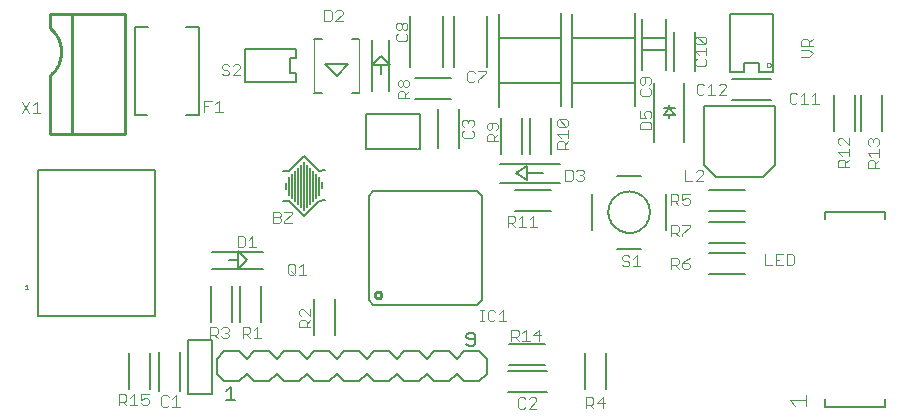
<source format=gto>
G75*
G70*
%OFA0B0*%
%FSLAX24Y24*%
%IPPOS*%
%LPD*%
%AMOC8*
5,1,8,0,0,1.08239X$1,22.5*
%
%ADD10C,0.0040*%
%ADD11C,0.0100*%
%ADD12C,0.0080*%
%ADD13C,0.0030*%
%ADD14C,0.0050*%
%ADD15C,0.0010*%
%ADD16C,0.0060*%
%ADD17C,0.0020*%
D10*
X002834Y011109D02*
X003075Y011469D01*
X003203Y011349D02*
X003323Y011469D01*
X003323Y011109D01*
X003203Y011109D02*
X003443Y011109D01*
X003075Y011109D02*
X002834Y011469D01*
X012563Y011777D02*
X012563Y013557D01*
X014063Y013557D02*
X014063Y011777D01*
X028431Y001512D02*
X028951Y001512D01*
X028951Y001339D02*
X028951Y001685D01*
X028604Y001339D02*
X028431Y001512D01*
D11*
X014586Y005025D02*
X014588Y005045D01*
X014593Y005065D01*
X014603Y005083D01*
X014615Y005100D01*
X014630Y005114D01*
X014648Y005124D01*
X014667Y005132D01*
X014687Y005136D01*
X014707Y005136D01*
X014727Y005132D01*
X014746Y005124D01*
X014764Y005114D01*
X014779Y005100D01*
X014791Y005083D01*
X014801Y005065D01*
X014806Y005045D01*
X014808Y005025D01*
X014806Y005005D01*
X014801Y004985D01*
X014791Y004967D01*
X014779Y004950D01*
X014764Y004936D01*
X014746Y004926D01*
X014727Y004918D01*
X014707Y004914D01*
X014687Y004914D01*
X014667Y004918D01*
X014648Y004926D01*
X014630Y004936D01*
X014615Y004950D01*
X014603Y004967D01*
X014593Y004985D01*
X014588Y005005D01*
X014586Y005025D01*
X006251Y010389D02*
X004501Y010389D01*
X004501Y014389D01*
X006251Y014389D01*
X006251Y010389D01*
X004501Y010389D02*
X003751Y010389D01*
X003751Y012339D01*
X003798Y012381D01*
X003842Y012426D01*
X003884Y012473D01*
X003922Y012522D01*
X003958Y012574D01*
X003990Y012628D01*
X004019Y012684D01*
X004045Y012741D01*
X004067Y012800D01*
X004086Y012860D01*
X004101Y012921D01*
X004112Y012983D01*
X004120Y013045D01*
X004124Y013108D01*
X004124Y013170D01*
X004120Y013233D01*
X004112Y013295D01*
X004101Y013357D01*
X004086Y013418D01*
X004067Y013478D01*
X004045Y013537D01*
X004019Y013594D01*
X003990Y013650D01*
X003958Y013704D01*
X003922Y013756D01*
X003884Y013805D01*
X003842Y013852D01*
X003798Y013897D01*
X003751Y013939D01*
X003751Y014389D01*
X004501Y014389D01*
D12*
X012919Y012743D02*
X013706Y012743D01*
X013313Y012340D01*
X012919Y012743D01*
X014540Y008490D02*
X018004Y008490D01*
X018162Y008333D01*
X018162Y004868D01*
X018004Y004710D01*
X014540Y004710D01*
X014382Y004868D01*
X014382Y008333D01*
X014540Y008490D01*
X021843Y008379D02*
X021843Y007198D01*
X022670Y006568D02*
X023457Y006568D01*
X024284Y007198D02*
X024284Y008379D01*
X023457Y009009D02*
X022670Y009009D01*
X022375Y007789D02*
X022377Y007841D01*
X022383Y007893D01*
X022393Y007944D01*
X022406Y007994D01*
X022424Y008044D01*
X022445Y008091D01*
X022469Y008137D01*
X022498Y008181D01*
X022529Y008223D01*
X022563Y008262D01*
X022600Y008299D01*
X022640Y008332D01*
X022683Y008363D01*
X022727Y008390D01*
X022773Y008414D01*
X022822Y008434D01*
X022871Y008450D01*
X022922Y008463D01*
X022973Y008472D01*
X023025Y008477D01*
X023077Y008478D01*
X023129Y008475D01*
X023181Y008468D01*
X023232Y008457D01*
X023282Y008443D01*
X023331Y008424D01*
X023378Y008402D01*
X023423Y008377D01*
X023467Y008348D01*
X023508Y008316D01*
X023547Y008281D01*
X023582Y008243D01*
X023615Y008202D01*
X023645Y008160D01*
X023671Y008115D01*
X023694Y008068D01*
X023713Y008019D01*
X023729Y007969D01*
X023741Y007919D01*
X023749Y007867D01*
X023753Y007815D01*
X023753Y007763D01*
X023749Y007711D01*
X023741Y007659D01*
X023729Y007609D01*
X023713Y007559D01*
X023694Y007510D01*
X023671Y007463D01*
X023645Y007418D01*
X023615Y007376D01*
X023582Y007335D01*
X023547Y007297D01*
X023508Y007262D01*
X023467Y007230D01*
X023423Y007201D01*
X023378Y007176D01*
X023331Y007154D01*
X023282Y007135D01*
X023232Y007121D01*
X023181Y007110D01*
X023129Y007103D01*
X023077Y007100D01*
X023025Y007101D01*
X022973Y007106D01*
X022922Y007115D01*
X022871Y007128D01*
X022822Y007144D01*
X022773Y007164D01*
X022727Y007188D01*
X022683Y007215D01*
X022640Y007246D01*
X022600Y007279D01*
X022563Y007316D01*
X022529Y007355D01*
X022498Y007397D01*
X022469Y007441D01*
X022445Y007487D01*
X022424Y007534D01*
X022406Y007584D01*
X022393Y007634D01*
X022383Y007685D01*
X022377Y007737D01*
X022375Y007789D01*
D13*
X021488Y008837D02*
X021365Y008837D01*
X021303Y008898D01*
X021182Y008898D02*
X021182Y009145D01*
X021120Y009207D01*
X020935Y009207D01*
X020935Y008837D01*
X021120Y008837D01*
X021182Y008898D01*
X021427Y009022D02*
X021488Y009022D01*
X021550Y008960D01*
X021550Y008898D01*
X021488Y008837D01*
X021488Y009022D02*
X021550Y009083D01*
X021550Y009145D01*
X021488Y009207D01*
X021365Y009207D01*
X021303Y009145D01*
X021036Y009899D02*
X020666Y009899D01*
X020666Y010084D01*
X020728Y010145D01*
X020851Y010145D01*
X020913Y010084D01*
X020913Y009899D01*
X020913Y010022D02*
X021036Y010145D01*
X021036Y010267D02*
X021036Y010514D01*
X021036Y010390D02*
X020666Y010390D01*
X020789Y010267D01*
X020728Y010635D02*
X020666Y010697D01*
X020666Y010820D01*
X020728Y010882D01*
X020974Y010635D01*
X021036Y010697D01*
X021036Y010820D01*
X020974Y010882D01*
X020728Y010882D01*
X020728Y010635D02*
X020974Y010635D01*
X018686Y010584D02*
X018686Y010707D01*
X018624Y010769D01*
X018378Y010769D01*
X018316Y010707D01*
X018316Y010584D01*
X018378Y010522D01*
X018439Y010522D01*
X018501Y010584D01*
X018501Y010769D01*
X018686Y010584D02*
X018624Y010522D01*
X018686Y010400D02*
X018563Y010277D01*
X018563Y010339D02*
X018563Y010154D01*
X018686Y010154D02*
X018316Y010154D01*
X018316Y010339D01*
X018378Y010400D01*
X018501Y010400D01*
X018563Y010339D01*
X017881Y010322D02*
X017881Y010446D01*
X017819Y010507D01*
X017819Y010629D02*
X017881Y010691D01*
X017881Y010814D01*
X017819Y010876D01*
X017757Y010876D01*
X017695Y010814D01*
X017695Y010752D01*
X017695Y010814D02*
X017634Y010876D01*
X017572Y010876D01*
X017510Y010814D01*
X017510Y010691D01*
X017572Y010629D01*
X017572Y010507D02*
X017510Y010446D01*
X017510Y010322D01*
X017572Y010261D01*
X017819Y010261D01*
X017881Y010322D01*
X017851Y012122D02*
X017913Y012183D01*
X017851Y012122D02*
X017728Y012122D01*
X017666Y012183D01*
X017666Y012430D01*
X017728Y012492D01*
X017851Y012492D01*
X017913Y012430D01*
X018034Y012492D02*
X018281Y012492D01*
X018281Y012430D01*
X018034Y012183D01*
X018034Y012122D01*
X015719Y012136D02*
X015719Y012013D01*
X015657Y011951D01*
X015596Y011951D01*
X015534Y012013D01*
X015534Y012136D01*
X015596Y012198D01*
X015657Y012198D01*
X015719Y012136D01*
X015534Y012136D02*
X015472Y012198D01*
X015411Y012198D01*
X015349Y012136D01*
X015349Y012013D01*
X015411Y011951D01*
X015472Y011951D01*
X015534Y012013D01*
X015534Y011829D02*
X015596Y011768D01*
X015596Y011583D01*
X015596Y011706D02*
X015719Y011829D01*
X015534Y011829D02*
X015411Y011829D01*
X015349Y011768D01*
X015349Y011583D01*
X015719Y011583D01*
X015613Y013493D02*
X015366Y013493D01*
X015304Y013555D01*
X015304Y013678D01*
X015366Y013740D01*
X015366Y013862D02*
X015428Y013862D01*
X015489Y013923D01*
X015489Y014047D01*
X015551Y014108D01*
X015613Y014108D01*
X015675Y014047D01*
X015675Y013923D01*
X015613Y013862D01*
X015551Y013862D01*
X015489Y013923D01*
X015489Y014047D02*
X015428Y014108D01*
X015366Y014108D01*
X015304Y014047D01*
X015304Y013923D01*
X015366Y013862D01*
X015613Y013740D02*
X015675Y013678D01*
X015675Y013555D01*
X015613Y013493D01*
X013517Y014154D02*
X013270Y014154D01*
X013517Y014401D01*
X013517Y014463D01*
X013455Y014524D01*
X013332Y014524D01*
X013270Y014463D01*
X013149Y014463D02*
X013149Y014216D01*
X013087Y014154D01*
X012902Y014154D01*
X012902Y014524D01*
X013087Y014524D01*
X013149Y014463D01*
X010101Y012652D02*
X010101Y012590D01*
X009854Y012344D01*
X010101Y012344D01*
X009733Y012405D02*
X009671Y012344D01*
X009548Y012344D01*
X009486Y012405D01*
X009548Y012529D02*
X009671Y012529D01*
X009733Y012467D01*
X009733Y012405D01*
X009548Y012529D02*
X009486Y012590D01*
X009486Y012652D01*
X009548Y012714D01*
X009671Y012714D01*
X009733Y012652D01*
X009854Y012652D02*
X009916Y012714D01*
X010040Y012714D01*
X010101Y012652D01*
X009390Y011508D02*
X009390Y011138D01*
X009267Y011138D02*
X009513Y011138D01*
X009267Y011385D02*
X009390Y011508D01*
X009145Y011508D02*
X008898Y011508D01*
X008898Y011138D01*
X008898Y011323D02*
X009022Y011323D01*
X011205Y007798D02*
X011390Y007799D01*
X011452Y007738D01*
X011453Y007676D01*
X011391Y007614D01*
X011206Y007613D01*
X011207Y007428D02*
X011205Y007798D01*
X011391Y007614D02*
X011453Y007553D01*
X011454Y007491D01*
X011393Y007429D01*
X011207Y007428D01*
X011576Y007430D02*
X011823Y007432D01*
X011576Y007430D02*
X011575Y007492D01*
X011820Y007741D01*
X011820Y007802D01*
X011573Y007801D01*
X010508Y006998D02*
X010508Y006627D01*
X010385Y006627D02*
X010632Y006627D01*
X010385Y006874D02*
X010508Y006998D01*
X010264Y006936D02*
X010202Y006998D01*
X010017Y006998D01*
X010017Y006627D01*
X010202Y006627D01*
X010264Y006689D01*
X010264Y006936D01*
X011686Y006012D02*
X011748Y006074D01*
X011871Y006074D01*
X011933Y006012D01*
X011933Y005765D01*
X011871Y005704D01*
X011748Y005704D01*
X011686Y005765D01*
X011686Y006012D01*
X011810Y005827D02*
X011933Y005704D01*
X012054Y005704D02*
X012301Y005704D01*
X012178Y005704D02*
X012178Y006074D01*
X012054Y005950D01*
X012128Y004569D02*
X012066Y004507D01*
X012066Y004384D01*
X012128Y004322D01*
X012128Y004200D02*
X012251Y004200D01*
X012313Y004139D01*
X012313Y003954D01*
X012313Y004077D02*
X012436Y004200D01*
X012436Y004322D02*
X012189Y004569D01*
X012128Y004569D01*
X012436Y004569D02*
X012436Y004322D01*
X012128Y004200D02*
X012066Y004139D01*
X012066Y003954D01*
X012436Y003954D01*
X010795Y003604D02*
X010548Y003604D01*
X010426Y003604D02*
X010303Y003727D01*
X010365Y003727D02*
X010179Y003727D01*
X010179Y003604D02*
X010179Y003974D01*
X010365Y003974D01*
X010426Y003912D01*
X010426Y003789D01*
X010365Y003727D01*
X010548Y003850D02*
X010671Y003974D01*
X010671Y003604D01*
X009719Y003647D02*
X009657Y003586D01*
X009534Y003586D01*
X009472Y003647D01*
X009350Y003586D02*
X009227Y003709D01*
X009289Y003709D02*
X009104Y003709D01*
X009104Y003586D02*
X009104Y003956D01*
X009289Y003956D01*
X009350Y003894D01*
X009350Y003771D01*
X009289Y003709D01*
X009472Y003894D02*
X009534Y003956D01*
X009657Y003956D01*
X009719Y003894D01*
X009719Y003833D01*
X009657Y003771D01*
X009719Y003709D01*
X009719Y003647D01*
X009657Y003771D02*
X009595Y003771D01*
X007045Y001724D02*
X006798Y001724D01*
X006798Y001539D01*
X006921Y001600D01*
X006983Y001600D01*
X007045Y001539D01*
X007045Y001415D01*
X006983Y001354D01*
X006859Y001354D01*
X006798Y001415D01*
X006676Y001354D02*
X006429Y001354D01*
X006308Y001354D02*
X006185Y001477D01*
X006246Y001477D02*
X006061Y001477D01*
X006061Y001354D02*
X006061Y001724D01*
X006246Y001724D01*
X006308Y001662D01*
X006308Y001539D01*
X006246Y001477D01*
X006429Y001600D02*
X006553Y001724D01*
X006553Y001354D01*
X007473Y001371D02*
X007535Y001309D01*
X007658Y001309D01*
X007720Y001371D01*
X007841Y001309D02*
X008088Y001309D01*
X007965Y001309D02*
X007965Y001679D01*
X007841Y001556D01*
X007720Y001618D02*
X007658Y001679D01*
X007535Y001679D01*
X007473Y001618D01*
X007473Y001371D01*
X018110Y004160D02*
X018233Y004160D01*
X018172Y004160D02*
X018172Y004531D01*
X018233Y004531D02*
X018110Y004531D01*
X018356Y004469D02*
X018356Y004222D01*
X018417Y004160D01*
X018541Y004160D01*
X018602Y004222D01*
X018724Y004160D02*
X018971Y004160D01*
X018847Y004160D02*
X018847Y004531D01*
X018724Y004407D01*
X018602Y004469D02*
X018541Y004531D01*
X018417Y004531D01*
X018356Y004469D01*
X019131Y003874D02*
X019316Y003874D01*
X019378Y003812D01*
X019378Y003689D01*
X019316Y003627D01*
X019131Y003627D01*
X019131Y003504D02*
X019131Y003874D01*
X019255Y003627D02*
X019378Y003504D01*
X019499Y003504D02*
X019746Y003504D01*
X019623Y003504D02*
X019623Y003874D01*
X019499Y003750D01*
X019868Y003689D02*
X020115Y003689D01*
X020053Y003874D02*
X019868Y003689D01*
X020053Y003504D02*
X020053Y003874D01*
X019915Y001612D02*
X019791Y001612D01*
X019730Y001550D01*
X019608Y001550D02*
X019546Y001612D01*
X019423Y001612D01*
X019361Y001550D01*
X019361Y001303D01*
X019423Y001242D01*
X019546Y001242D01*
X019608Y001303D01*
X019730Y001242D02*
X019976Y001489D01*
X019976Y001550D01*
X019915Y001612D01*
X019976Y001242D02*
X019730Y001242D01*
X021630Y001246D02*
X021630Y001616D01*
X021815Y001616D01*
X021877Y001555D01*
X021877Y001431D01*
X021815Y001370D01*
X021630Y001370D01*
X021753Y001370D02*
X021877Y001246D01*
X021998Y001431D02*
X022245Y001431D01*
X022183Y001246D02*
X022183Y001616D01*
X021998Y001431D01*
X022890Y005979D02*
X022828Y006041D01*
X022890Y005979D02*
X023013Y005979D01*
X023075Y006041D01*
X023075Y006103D01*
X023013Y006165D01*
X022890Y006165D01*
X022828Y006226D01*
X022828Y006288D01*
X022890Y006350D01*
X023013Y006350D01*
X023075Y006288D01*
X023196Y006226D02*
X023320Y006350D01*
X023320Y005979D01*
X023443Y005979D02*
X023196Y005979D01*
X024468Y006021D02*
X024653Y006021D01*
X024715Y006083D01*
X024715Y006206D01*
X024653Y006268D01*
X024468Y006268D01*
X024468Y005898D01*
X024592Y006021D02*
X024715Y005898D01*
X024836Y005959D02*
X024836Y006083D01*
X025022Y006083D01*
X025083Y006021D01*
X025083Y005959D01*
X025022Y005898D01*
X024898Y005898D01*
X024836Y005959D01*
X024836Y006083D02*
X024960Y006206D01*
X025083Y006268D01*
X024842Y006986D02*
X024842Y007048D01*
X025089Y007294D01*
X025089Y007356D01*
X024842Y007356D01*
X024721Y007294D02*
X024721Y007171D01*
X024659Y007109D01*
X024474Y007109D01*
X024474Y006986D02*
X024474Y007356D01*
X024659Y007356D01*
X024721Y007294D01*
X024597Y007109D02*
X024721Y006986D01*
X024709Y008024D02*
X024586Y008148D01*
X024648Y008148D02*
X024463Y008148D01*
X024463Y008024D02*
X024463Y008395D01*
X024648Y008395D01*
X024709Y008333D01*
X024709Y008210D01*
X024648Y008148D01*
X024831Y008210D02*
X024954Y008271D01*
X025016Y008271D01*
X025078Y008210D01*
X025078Y008086D01*
X025016Y008024D01*
X024893Y008024D01*
X024831Y008086D01*
X024831Y008210D02*
X024831Y008395D01*
X025078Y008395D01*
X025172Y008818D02*
X024925Y008818D01*
X024925Y009189D01*
X025293Y009127D02*
X025355Y009189D01*
X025478Y009189D01*
X025540Y009127D01*
X025540Y009065D01*
X025293Y008818D01*
X025540Y008818D01*
X023806Y010547D02*
X023436Y010547D01*
X023436Y010732D01*
X023498Y010794D01*
X023744Y010794D01*
X023806Y010732D01*
X023806Y010547D01*
X023744Y010915D02*
X023806Y010977D01*
X023806Y011100D01*
X023744Y011162D01*
X023621Y011162D01*
X023559Y011100D01*
X023559Y011039D01*
X023621Y010915D01*
X023436Y010915D01*
X023436Y011162D01*
X023478Y011667D02*
X023724Y011667D01*
X023786Y011729D01*
X023786Y011852D01*
X023724Y011914D01*
X023724Y012035D02*
X023786Y012097D01*
X023786Y012220D01*
X023724Y012282D01*
X023478Y012282D01*
X023416Y012220D01*
X023416Y012097D01*
X023478Y012035D01*
X023539Y012035D01*
X023601Y012097D01*
X023601Y012282D01*
X023478Y011914D02*
X023416Y011852D01*
X023416Y011729D01*
X023478Y011667D01*
X025316Y011765D02*
X025378Y011704D01*
X025501Y011704D01*
X025563Y011765D01*
X025684Y011704D02*
X025931Y011704D01*
X026053Y011704D02*
X026300Y011950D01*
X026300Y012012D01*
X026238Y012074D01*
X026114Y012074D01*
X026053Y012012D01*
X025808Y012074D02*
X025808Y011704D01*
X026053Y011704D02*
X026300Y011704D01*
X025808Y012074D02*
X025684Y011950D01*
X025563Y012012D02*
X025501Y012074D01*
X025378Y012074D01*
X025316Y012012D01*
X025316Y011765D01*
X025333Y012660D02*
X025580Y012660D01*
X025642Y012721D01*
X025642Y012845D01*
X025580Y012907D01*
X025642Y013028D02*
X025642Y013275D01*
X025642Y013152D02*
X025271Y013152D01*
X025395Y013028D01*
X025333Y012907D02*
X025271Y012845D01*
X025271Y012721D01*
X025333Y012660D01*
X025333Y013396D02*
X025271Y013458D01*
X025271Y013582D01*
X025333Y013643D01*
X025580Y013396D01*
X025642Y013458D01*
X025642Y013582D01*
X025580Y013643D01*
X025333Y013643D01*
X025333Y013396D02*
X025580Y013396D01*
X028416Y011712D02*
X028416Y011465D01*
X028478Y011404D01*
X028601Y011404D01*
X028663Y011465D01*
X028784Y011404D02*
X029031Y011404D01*
X029153Y011404D02*
X029400Y011404D01*
X029276Y011404D02*
X029276Y011774D01*
X029153Y011650D01*
X028908Y011774D02*
X028908Y011404D01*
X028784Y011650D02*
X028908Y011774D01*
X028663Y011712D02*
X028601Y011774D01*
X028478Y011774D01*
X028416Y011712D01*
X028810Y012955D02*
X029056Y012955D01*
X029180Y013078D01*
X029056Y013202D01*
X028810Y013202D01*
X028810Y013323D02*
X028810Y013508D01*
X028871Y013570D01*
X028995Y013570D01*
X029056Y013508D01*
X029056Y013323D01*
X029056Y013446D02*
X029180Y013570D01*
X029180Y013323D02*
X028810Y013323D01*
X030088Y010277D02*
X030026Y010215D01*
X030026Y010092D01*
X030088Y010030D01*
X030088Y010277D02*
X030149Y010277D01*
X030396Y010030D01*
X030396Y010277D01*
X030396Y009909D02*
X030396Y009662D01*
X030396Y009540D02*
X030273Y009417D01*
X030273Y009479D02*
X030273Y009294D01*
X030396Y009294D02*
X030026Y009294D01*
X030026Y009479D01*
X030088Y009540D01*
X030211Y009540D01*
X030273Y009479D01*
X030149Y009662D02*
X030026Y009785D01*
X030396Y009785D01*
X031016Y009765D02*
X031386Y009765D01*
X031386Y009642D02*
X031386Y009889D01*
X031324Y010010D02*
X031386Y010072D01*
X031386Y010195D01*
X031324Y010257D01*
X031263Y010257D01*
X031201Y010195D01*
X031201Y010134D01*
X031201Y010195D02*
X031139Y010257D01*
X031078Y010257D01*
X031016Y010195D01*
X031016Y010072D01*
X031078Y010010D01*
X031016Y009765D02*
X031139Y009642D01*
X031078Y009520D02*
X031201Y009520D01*
X031263Y009459D01*
X031263Y009274D01*
X031263Y009397D02*
X031386Y009520D01*
X031386Y009274D02*
X031016Y009274D01*
X031016Y009459D01*
X031078Y009520D01*
X028507Y006394D02*
X028321Y006394D01*
X028321Y006024D01*
X028507Y006024D01*
X028568Y006085D01*
X028568Y006332D01*
X028507Y006394D01*
X028200Y006394D02*
X027953Y006394D01*
X027953Y006024D01*
X028200Y006024D01*
X028077Y006209D02*
X027953Y006209D01*
X027832Y006024D02*
X027585Y006024D01*
X027585Y006394D01*
X019995Y007304D02*
X019748Y007304D01*
X019626Y007304D02*
X019379Y007304D01*
X019258Y007304D02*
X019135Y007427D01*
X019196Y007427D02*
X019011Y007427D01*
X019011Y007304D02*
X019011Y007674D01*
X019196Y007674D01*
X019258Y007612D01*
X019258Y007489D01*
X019196Y007427D01*
X019379Y007550D02*
X019503Y007674D01*
X019503Y007304D01*
X019748Y007550D02*
X019871Y007674D01*
X019871Y007304D01*
D14*
X003344Y009187D02*
X003344Y004337D01*
X007244Y004337D01*
X007244Y009187D01*
X003344Y009187D01*
X006588Y011039D02*
X006588Y013952D01*
X006591Y013949D02*
X007011Y013949D01*
X008291Y013959D02*
X008711Y013959D01*
X008714Y013952D02*
X008714Y011039D01*
X008711Y011039D02*
X008291Y011039D01*
X007001Y011039D02*
X006591Y011039D01*
X010271Y012129D02*
X010271Y013229D01*
X011971Y013229D01*
X011971Y012929D01*
X011771Y012929D01*
X011771Y012429D01*
X011971Y012429D01*
X011971Y012129D01*
X010271Y012129D01*
X012563Y011767D02*
X012813Y011767D01*
X013813Y011767D02*
X014063Y011767D01*
X014496Y011824D02*
X014496Y013534D01*
X014063Y013567D02*
X013813Y013567D01*
X012813Y013567D02*
X012563Y013567D01*
X014486Y012684D02*
X014786Y012984D01*
X015086Y012684D01*
X015036Y012684D02*
X014786Y012684D01*
X014786Y012384D01*
X014786Y012684D02*
X014536Y012684D01*
X015076Y013534D02*
X015076Y011824D01*
X015926Y011553D02*
X017126Y011553D01*
X017401Y011239D02*
X017401Y009939D01*
X016701Y009939D02*
X016701Y011239D01*
X016097Y011060D02*
X016097Y009879D01*
X016018Y009879D01*
X015998Y009879D02*
X014286Y009879D01*
X014286Y011060D01*
X016097Y011060D01*
X015926Y012253D02*
X017126Y012253D01*
X017213Y012616D02*
X017213Y014316D01*
X016854Y014320D02*
X016854Y012620D01*
X015754Y012620D02*
X015754Y014320D01*
X018313Y014316D02*
X018313Y012616D01*
X018716Y012109D02*
X019166Y012109D01*
X019176Y012109D01*
X020306Y012109D01*
X020326Y012109D01*
X020786Y012109D01*
X021176Y012104D02*
X021626Y012104D01*
X021636Y012104D01*
X022766Y012104D01*
X022786Y012104D01*
X023246Y012104D01*
X023501Y012539D02*
X023501Y013189D01*
X024301Y013189D01*
X024301Y014239D01*
X024551Y013789D02*
X024551Y012489D01*
X024301Y012539D02*
X024301Y013189D01*
X024301Y013589D02*
X023501Y013589D01*
X023501Y014239D01*
X023256Y014414D02*
X023256Y013604D01*
X021636Y013604D01*
X021176Y013604D01*
X021176Y012104D01*
X021176Y011304D01*
X020796Y011319D02*
X020796Y013609D01*
X019176Y013609D01*
X018716Y013609D01*
X018716Y012109D01*
X018716Y011309D01*
X018801Y010939D02*
X018801Y009739D01*
X018751Y009410D02*
X020751Y009410D01*
X020191Y009089D02*
X019671Y009089D01*
X019651Y009328D02*
X019651Y008849D01*
X019294Y009089D01*
X019651Y009328D01*
X019751Y009739D02*
X019751Y010939D01*
X019501Y010939D02*
X019501Y009739D01*
X020451Y009739D02*
X020451Y010939D01*
X020751Y008767D02*
X018751Y008767D01*
X019251Y008539D02*
X020451Y008539D01*
X020451Y007839D02*
X019251Y007839D01*
X023901Y010139D02*
X023901Y012089D01*
X024214Y011264D02*
X024401Y011264D01*
X024401Y011359D01*
X024401Y011264D02*
X024589Y011264D01*
X024401Y011264D02*
X024214Y011014D01*
X024401Y011014D01*
X024401Y010918D01*
X024401Y011014D02*
X024589Y011014D01*
X024401Y011264D01*
X024901Y012089D02*
X024901Y010139D01*
X025570Y009351D02*
X025964Y008957D01*
X027539Y008957D01*
X027932Y009351D01*
X027932Y011320D01*
X025570Y011320D01*
X025570Y009351D01*
X025739Y008524D02*
X026939Y008524D01*
X026939Y007824D02*
X025739Y007824D01*
X025737Y007476D02*
X026937Y007476D01*
X026937Y006776D02*
X025737Y006776D01*
X025740Y006433D02*
X026940Y006433D01*
X026940Y005733D02*
X025740Y005733D01*
X022291Y003086D02*
X022291Y001886D01*
X021591Y001886D02*
X021591Y003086D01*
X020251Y003389D02*
X019051Y003389D01*
X019051Y002689D02*
X020251Y002689D01*
X020312Y002485D02*
X019012Y002485D01*
X019012Y001785D02*
X020312Y001785D01*
X017936Y003399D02*
X017936Y003699D01*
X017861Y003774D01*
X017711Y003774D01*
X017636Y003699D01*
X017636Y003624D01*
X017711Y003549D01*
X017936Y003549D01*
X017936Y003399D02*
X017861Y003324D01*
X017711Y003324D01*
X017636Y003399D01*
X013251Y003689D02*
X013251Y004889D01*
X012551Y004889D02*
X012551Y003689D01*
X010801Y004119D02*
X010801Y005319D01*
X010101Y005319D02*
X010101Y004119D01*
X009825Y004113D02*
X009825Y005313D01*
X009125Y005313D02*
X009125Y004113D01*
X009151Y003517D02*
X008351Y003517D01*
X008351Y001717D01*
X009151Y001717D01*
X009151Y003517D01*
X008101Y003139D02*
X008101Y001839D01*
X007401Y001839D02*
X007401Y003139D01*
X007101Y003089D02*
X007101Y001889D01*
X006401Y001889D02*
X006401Y003089D01*
X009636Y001824D02*
X009786Y001974D01*
X009786Y001524D01*
X009636Y001524D02*
X009936Y001524D01*
X010021Y005885D02*
X010321Y006185D01*
X010021Y006485D01*
X010021Y006435D02*
X010021Y006185D01*
X009721Y006185D01*
X010021Y006185D02*
X010021Y005935D01*
X010871Y005895D02*
X009161Y005895D01*
X009161Y006475D02*
X010871Y006475D01*
X012237Y007675D02*
X011734Y008172D01*
X011534Y008171D01*
X011733Y008372D02*
X011730Y008972D01*
X011829Y009073D02*
X011833Y008273D01*
X011934Y008173D02*
X011929Y009173D01*
X012028Y009274D02*
X012034Y008074D01*
X012135Y007974D02*
X012128Y009374D01*
X012227Y009475D02*
X012236Y007875D01*
X012335Y007975D02*
X012328Y009375D01*
X012428Y009276D02*
X012434Y008076D01*
X012534Y008176D02*
X012529Y009176D01*
X012629Y009077D02*
X012633Y008277D01*
X012733Y008377D02*
X012730Y008977D01*
X012729Y009177D02*
X012226Y009675D01*
X011729Y009172D01*
X011529Y009171D01*
X011631Y008772D02*
X011632Y008572D01*
X012237Y007675D02*
X012734Y008177D01*
X012934Y008179D01*
X012832Y008578D02*
X012831Y008778D01*
X012929Y009178D02*
X012729Y009177D01*
X018716Y013609D02*
X018716Y014409D01*
X020796Y014419D02*
X020796Y013609D01*
X021176Y013604D02*
X021176Y014404D01*
X023256Y013604D02*
X023256Y011314D01*
X025251Y012489D02*
X025251Y013789D01*
X026432Y014407D02*
X027870Y014407D01*
X027870Y012470D01*
X027401Y012470D01*
X027401Y012751D01*
X026901Y012751D01*
X026901Y012470D01*
X026432Y012470D01*
X026432Y014407D01*
X026432Y012470D02*
X026432Y012470D01*
X026501Y012239D02*
X027801Y012239D01*
X027801Y011539D02*
X026501Y011539D01*
X023501Y013189D02*
X023501Y013589D01*
X029901Y011689D02*
X029901Y010489D01*
X030601Y010489D02*
X030601Y011689D01*
X030801Y011689D02*
X030801Y010489D01*
X031501Y010489D02*
X031501Y011689D01*
X031581Y007809D02*
X029581Y007809D01*
X029581Y007559D01*
X031581Y007559D02*
X031581Y007809D01*
X031581Y001559D02*
X031581Y001309D01*
X029581Y001309D01*
X029581Y001559D01*
D15*
X003028Y005216D02*
X002928Y005216D01*
X002978Y005216D02*
X002978Y005366D01*
X002928Y005316D01*
D16*
X009311Y002899D02*
X009311Y002399D01*
X009561Y002149D01*
X010061Y002149D01*
X010311Y002399D01*
X010561Y002149D01*
X011061Y002149D01*
X011311Y002399D01*
X011561Y002149D01*
X012061Y002149D01*
X012311Y002399D01*
X012561Y002149D01*
X013061Y002149D01*
X013311Y002399D01*
X013561Y002149D01*
X014061Y002149D01*
X014311Y002399D01*
X014561Y002149D01*
X015061Y002149D01*
X015311Y002399D01*
X015561Y002149D01*
X016061Y002149D01*
X016311Y002399D01*
X016561Y002149D01*
X017061Y002149D01*
X017311Y002399D01*
X017561Y002149D01*
X018061Y002149D01*
X018311Y002399D01*
X018311Y002899D01*
X018061Y003149D01*
X017561Y003149D01*
X017311Y002899D01*
X017061Y003149D01*
X016561Y003149D01*
X016311Y002899D01*
X016061Y003149D01*
X015561Y003149D01*
X015311Y002899D01*
X015061Y003149D01*
X014561Y003149D01*
X014311Y002899D01*
X014061Y003149D01*
X013561Y003149D01*
X013311Y002899D01*
X013061Y003149D01*
X012561Y003149D01*
X012311Y002899D01*
X012061Y003149D01*
X011561Y003149D01*
X011311Y002899D01*
X011061Y003149D01*
X010561Y003149D01*
X010311Y002899D01*
X010061Y003149D01*
X009561Y003149D01*
X009311Y002899D01*
D17*
X027644Y012689D02*
X027646Y012705D01*
X027651Y012720D01*
X027660Y012734D01*
X027672Y012745D01*
X027686Y012753D01*
X027702Y012758D01*
X027718Y012759D01*
X027734Y012756D01*
X027749Y012750D01*
X027762Y012740D01*
X027772Y012727D01*
X027780Y012713D01*
X027784Y012697D01*
X027784Y012681D01*
X027780Y012665D01*
X027772Y012651D01*
X027762Y012638D01*
X027749Y012628D01*
X027734Y012622D01*
X027718Y012619D01*
X027702Y012620D01*
X027686Y012625D01*
X027672Y012633D01*
X027660Y012644D01*
X027651Y012658D01*
X027646Y012673D01*
X027644Y012689D01*
M02*

</source>
